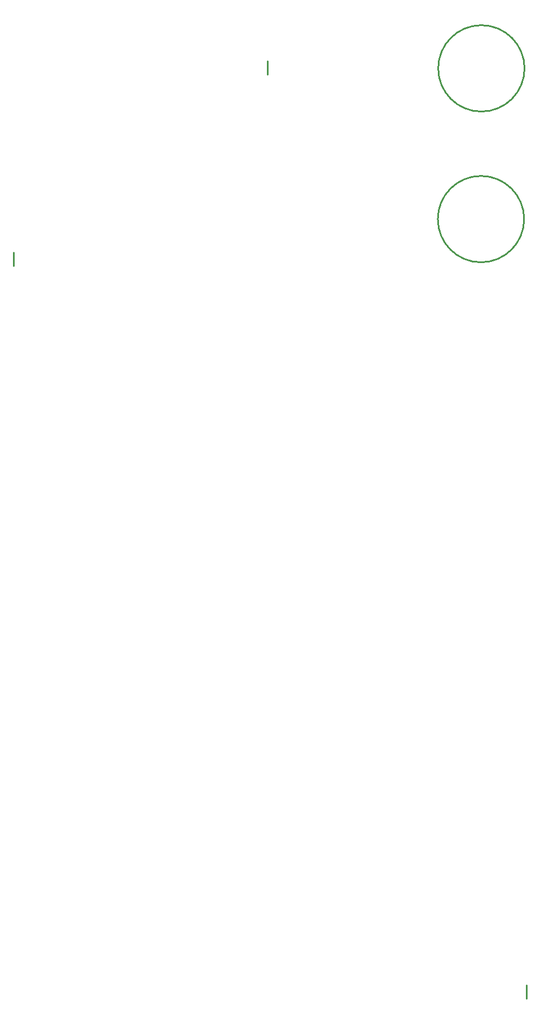
<source format=gm1>
G04*
G04 #@! TF.GenerationSoftware,Altium Limited,Altium Designer,18.1.9 (240)*
G04*
G04 Layer_Color=16711935*
%FSLAX25Y25*%
%MOIN*%
G70*
G01*
G75*
%ADD11C,0.00984*%
%ADD15C,0.01000*%
G36*
X626047Y592813D02*
D01*
D02*
G37*
G36*
X618283Y668820D02*
D01*
D02*
G37*
D11*
X346008Y558598D02*
Y566598D01*
X496008Y671591D02*
Y679591D01*
X648862Y125921D02*
Y133921D01*
D15*
X647783Y675320D02*
G03*
X647783Y675320I-25500J0D01*
G01*
X647547Y586313D02*
G03*
X647547Y586313I-25500J0D01*
G01*
M02*

</source>
